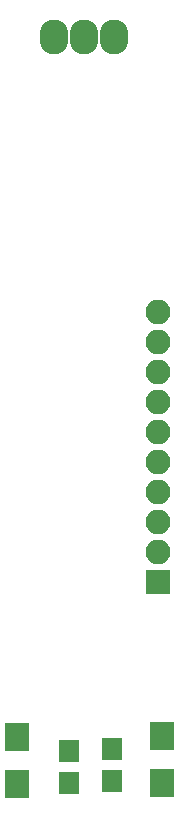
<source format=gts>
G04 #@! TF.FileFunction,Soldermask,Top*
%FSLAX46Y46*%
G04 Gerber Fmt 4.6, Leading zero omitted, Abs format (unit mm)*
G04 Created by KiCad (PCBNEW 4.0.7-e2-6376~58~ubuntu16.04.1) date Tue Jun 26 14:16:29 2018*
%MOMM*%
%LPD*%
G01*
G04 APERTURE LIST*
%ADD10C,0.100000*%
%ADD11R,1.700000X1.900000*%
%ADD12R,2.100000X2.400000*%
%ADD13O,2.432000X2.940000*%
%ADD14R,2.100000X2.100000*%
%ADD15O,2.100000X2.100000*%
G04 APERTURE END LIST*
D10*
D11*
X170700000Y-105350000D03*
X170700000Y-102650000D03*
X174400000Y-105250000D03*
X174400000Y-102550000D03*
D12*
X178600000Y-105400000D03*
X178600000Y-101400000D03*
X166300000Y-101500000D03*
X166300000Y-105500000D03*
D13*
X172000000Y-42200000D03*
X174540000Y-42200000D03*
X169460000Y-42200000D03*
D14*
X178300000Y-88400000D03*
D15*
X178300000Y-85860000D03*
X178300000Y-83320000D03*
X178300000Y-80780000D03*
X178300000Y-78240000D03*
X178300000Y-75700000D03*
X178300000Y-73160000D03*
X178300000Y-70620000D03*
X178300000Y-68080000D03*
X178300000Y-65540000D03*
M02*

</source>
